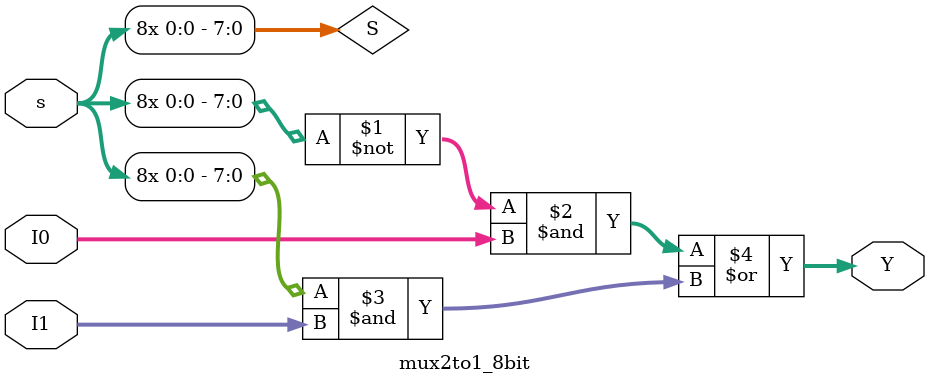
<source format=v>
`timescale 1ns / 1ps


module mux2to1_8bit(
    input s,
    input [7:0] I0,
    input [7:0] I1,
    output [7:0] Y
    );
    wire [7:0] S;
    assign S = {8{s}};
    assign Y = ~S & I0 | S & I1;
    
endmodule

</source>
